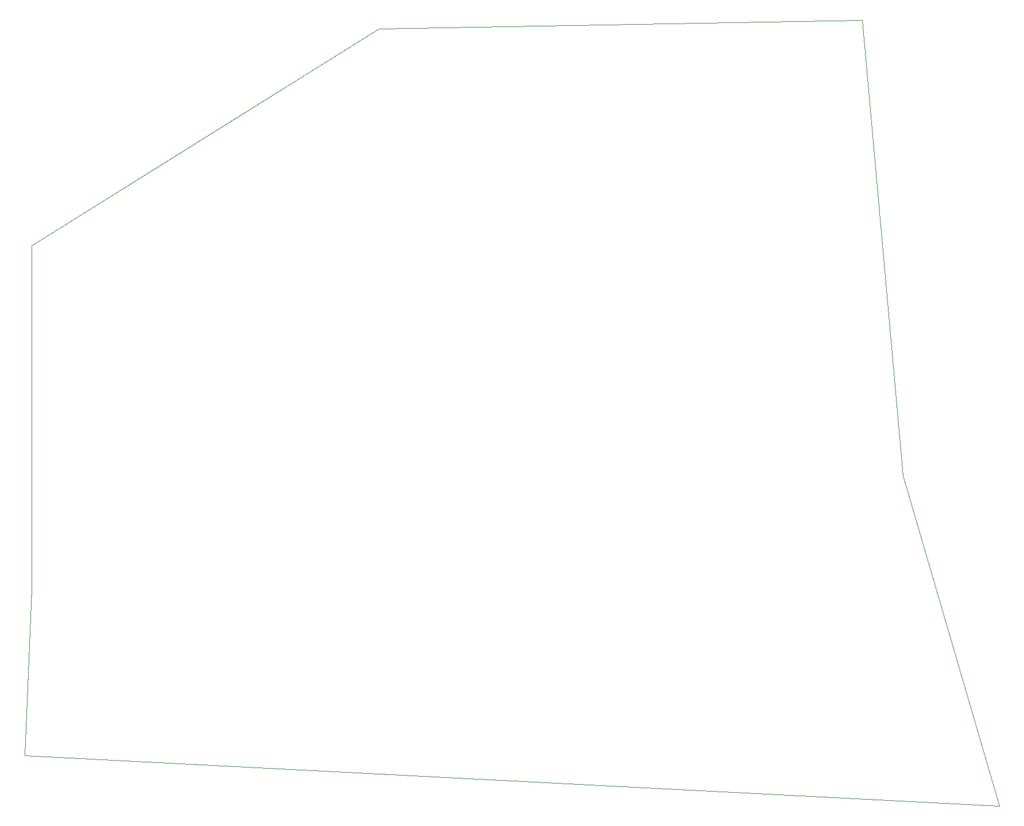
<source format=gbr>
%TF.GenerationSoftware,KiCad,Pcbnew,9.0.7*%
%TF.CreationDate,2026-01-18T21:16:20-08:00*%
%TF.ProjectId,talon_slim,74616c6f-6e5f-4736-9c69-6d2e6b696361,rev?*%
%TF.SameCoordinates,Original*%
%TF.FileFunction,Profile,NP*%
%FSLAX46Y46*%
G04 Gerber Fmt 4.6, Leading zero omitted, Abs format (unit mm)*
G04 Created by KiCad (PCBNEW 9.0.7) date 2026-01-18 21:16:20*
%MOMM*%
%LPD*%
G01*
G04 APERTURE LIST*
%TA.AperFunction,Profile*%
%ADD10C,0.100000*%
%TD*%
G04 APERTURE END LIST*
D10*
X185000000Y-109750000D02*
X199250000Y-158500000D01*
X55500000Y-151000000D01*
X56500000Y-126500000D01*
X56500000Y-75750000D01*
X107750000Y-43750000D01*
X179000000Y-42500000D01*
X185000000Y-109750000D01*
M02*

</source>
